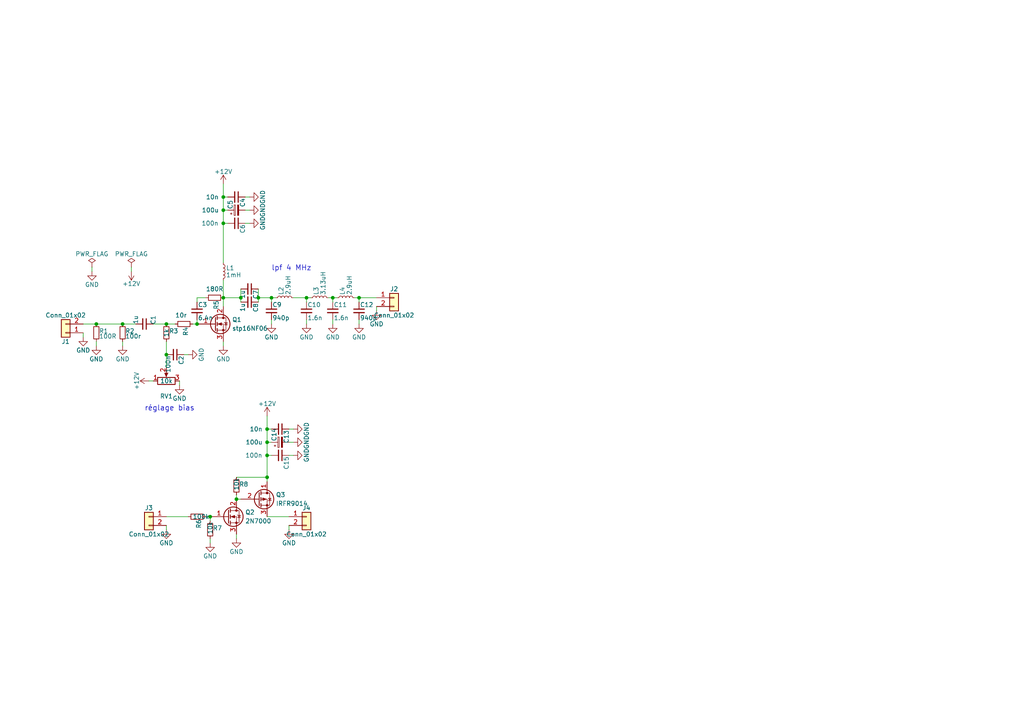
<source format=kicad_sch>
(kicad_sch (version 20230121) (generator eeschema)
  (paper "A4")
  (lib_symbols
    (symbol "ampli-rescue:+12V" (power) (pin_names (offset 0))
      (property "Value" "+12V" (at 0 3.556 0))
      (symbol "+12V_0_1"
        (polyline (pts (xy -0.762 1.27) (xy 0 2.54)))
        (polyline (pts (xy 0 0) (xy 0 2.54)))
        (polyline (pts (xy 0 2.54) (xy 0.762 1.27)))
      )
      (symbol "+12V_1_1"
        (pin power_in line (at 0 0 90) (length 0) hide (name "+12V") (number "1"))
      )
    )
    (symbol "ampli-rescue:CP_Small" (pin_numbers hide) (pin_names (offset 0.254) hide)
      (property "Reference" "C" (at 0.254 1.778 0))
      (property "Value" "CP_Small" (at 0.254 -2.032 0))
      (symbol "CP_Small_0_1"
        (rectangle (start -1.524 -0.3048) (end 1.524 -0.6858) (fill (type outline)))
        (rectangle (start -1.524 0.6858) (end 1.524 0.3048))
        (polyline (pts (xy -1.27 1.524) (xy -0.762 1.524)))
        (polyline (pts (xy -1.016 1.27) (xy -1.016 1.778)))
      )
      (symbol "CP_Small_1_1"
        (pin passive line (at 0 2.54 270) (length 1.8542) (name "~") (number "1"))
        (pin passive line (at 0 -2.54 90) (length 1.8542) (name "~") (number "2"))
      )
    )
    (symbol "ampli-rescue:C_Small" (pin_numbers hide) (pin_names (offset 0.254) hide)
      (property "Reference" "C" (at 0.254 1.778 0))
      (property "Value" "C_Small" (at 0.254 -2.032 0))
      (symbol "C_Small_0_1"
        (polyline (pts (xy -1.524 -0.508) (xy 1.524 -0.508)) (stroke (width 0.3302)))
        (polyline (pts (xy -1.524 0.508) (xy 1.524 0.508)) (stroke (width 0.3048)))
      )
      (symbol "C_Small_1_1"
        (pin passive line (at 0 2.54 270) (length 2.032) (name "~") (number "1"))
        (pin passive line (at 0 -2.54 90) (length 2.032) (name "~") (number "2"))
      )
    )
    (symbol "ampli-rescue:Conn_01x02" (pin_names (offset 1.016) hide)
      (property "Reference" "J" (at 0 2.54 0))
      (property "Value" "Conn_01x02" (at 0 -5.08 0))
      (symbol "Conn_01x02_1_1"
        (rectangle (start -1.27 -2.413) (end 0 -2.667) (stroke (width 0.1524)))
        (rectangle (start -1.27 0.127) (end 0 -0.127) (stroke (width 0.1524)))
        (rectangle (start -1.27 1.27) (end 1.27 -3.81) (stroke (width 0.254)) (fill (type background)))
        (pin passive line (at -5.08 0 0) (length 3.81) (name "Pin_1") (number "1"))
        (pin passive line (at -5.08 -2.54 0) (length 3.81) (name "Pin_2") (number "2"))
      )
    )
    (symbol "ampli-rescue:GND" (power) (pin_names (offset 0) hide)
      (property "Value" "GND" (at 0 -3.81 0))
      (symbol "GND_0_1"
        (polyline (pts (xy 0 0) (xy 0 -1.27) (xy 1.27 -1.27) (xy 0 -2.54) (xy -1.27 -1.27) (xy 0 -1.27)))
      )
      (symbol "GND_1_1"
        (pin power_in line (at 0 0 270) (length 0) hide (name "GND") (number "1"))
      )
    )
    (symbol "ampli-rescue:L_Small" (pin_numbers hide) (pin_names (offset 0.254) hide)
      (property "Reference" "L" (at 0.762 1.016 0))
      (property "Value" "L_Small" (at 0.762 -1.016 0))
      (symbol "L_Small_0_1"
        (arc (start 0 -2.032) (mid 0.5058 -1.524) (end 0 -1.016))
        (arc (start 0 -1.016) (mid 0.5058 -0.508) (end 0 0))
        (arc (start 0 0) (mid 0.5058 0.508) (end 0 1.016))
        (arc (start 0 1.016) (mid 0.5058 1.524) (end 0 2.032))
      )
      (symbol "L_Small_1_1"
        (pin passive line (at 0 2.54 270) (length 0.508) (name "~") (number "1"))
        (pin passive line (at 0 -2.54 90) (length 0.508) (name "~") (number "2"))
      )
    )
    (symbol "ampli-rescue:POT" (pin_names (offset 1.016) hide)
      (property "Reference" "RV" (at -4.445 0 90))
      (property "Value" "POT" (at -2.54 0 90))
      (symbol "POT_0_1"
        (polyline (pts (xy 2.54 0) (xy 1.524 0)))
        (polyline (pts (xy 1.143 0) (xy 2.286 0.508) (xy 2.286 -0.508)) (fill (type outline)))
        (rectangle (start 1.016 2.54) (end -1.016 -2.54) (stroke (width 0.254)))
      )
      (symbol "POT_1_1"
        (pin passive line (at 0 3.81 270) (length 1.27) (name "1") (number "1"))
        (pin passive line (at 3.81 0 180) (length 1.27) (name "2") (number "2"))
        (pin passive line (at 0 -3.81 90) (length 1.27) (name "3") (number "3"))
      )
    )
    (symbol "ampli-rescue:PWR_FLAG" (power) (pin_numbers hide) (pin_names (offset 0) hide)
      (property "Value" "PWR_FLAG" (at 0 3.81 0))
      (symbol "PWR_FLAG_0_0"
        (pin power_out line (at 0 0 90) (length 0) (name "pwr") (number "1"))
      )
      (symbol "PWR_FLAG_0_1"
        (polyline (pts (xy 0 0) (xy 0 1.27) (xy -1.016 1.905) (xy 0 2.54) (xy 1.016 1.905) (xy 0 1.27)))
      )
    )
    (symbol "ampli-rescue:Q_NMOS_GDS" (pin_names (offset 0) hide)
      (property "Reference" "Q" (at 5.08 1.27 0))
      (property "Value" "Q_NMOS_GDS" (at 5.08 -1.27 0))
      (symbol "Q_NMOS_GDS_0_1"
        (polyline (pts (xy 0.0508 0) (xy 0.254 0)))
        (polyline (pts (xy 0.762 -1.778) (xy 2.54 -1.778)))
        (polyline (pts (xy 0.762 -1.27) (xy 0.762 -2.286)) (stroke (width 0.254)))
        (polyline (pts (xy 0.762 0) (xy 2.54 0)))
        (polyline (pts (xy 0.762 0.508) (xy 0.762 -0.508)) (stroke (width 0.254)))
        (polyline (pts (xy 0.762 1.778) (xy 2.54 1.778)))
        (polyline (pts (xy 0.762 2.286) (xy 0.762 1.27)) (stroke (width 0.254)))
        (polyline (pts (xy 2.54 -1.778) (xy 2.54 -2.54)))
        (polyline (pts (xy 2.54 -1.778) (xy 2.54 0)))
        (polyline (pts (xy 2.54 2.54) (xy 2.54 1.778)))
        (polyline (pts (xy 0.254 1.905) (xy 0.254 -1.905) (xy 0.254 -1.905)) (stroke (width 0.254)))
        (polyline (pts (xy 1.016 0) (xy 2.032 0.381) (xy 2.032 -0.381) (xy 1.016 0)) (fill (type outline)))
        (polyline (pts (xy 2.54 -1.778) (xy 3.302 -1.778) (xy 3.302 1.778) (xy 2.54 1.778)))
        (polyline (pts (xy 2.794 0.508) (xy 2.921 0.381) (xy 3.683 0.381) (xy 3.81 0.254)))
        (polyline (pts (xy 3.302 0.381) (xy 2.921 -0.254) (xy 3.683 -0.254) (xy 3.302 0.381)))
        (circle (center 1.651 0) (radius 2.8194) (stroke (width 0.254)))
        (circle (center 2.54 -1.778) (radius 0.2794) (fill (type outline)))
        (circle (center 2.54 1.778) (radius 0.2794) (fill (type outline)))
      )
      (symbol "Q_NMOS_GDS_1_1"
        (pin input line (at -5.08 0 0) (length 5.08) (name "G") (number "1"))
        (pin passive line (at 2.54 5.08 270) (length 2.54) (name "D") (number "2"))
        (pin passive line (at 2.54 -5.08 90) (length 2.54) (name "S") (number "3"))
      )
    )
    (symbol "ampli-rescue:Q_PMOS_DGS" (pin_names (offset 0) hide)
      (property "Reference" "Q" (at 5.08 1.27 0))
      (property "Value" "Q_PMOS_DGS" (at 5.08 -1.27 0))
      (symbol "Q_PMOS_DGS_0_1"
        (polyline (pts (xy 0.0508 0) (xy 0.254 0)))
        (polyline (pts (xy 0.762 -1.778) (xy 2.54 -1.778)))
        (polyline (pts (xy 0.762 -1.27) (xy 0.762 -2.286)) (stroke (width 0.254)))
        (polyline (pts (xy 0.762 0) (xy 2.54 0)))
        (polyline (pts (xy 0.762 0.508) (xy 0.762 -0.508)) (stroke (width 0.254)))
        (polyline (pts (xy 0.762 1.778) (xy 2.54 1.778)))
        (polyline (pts (xy 0.762 2.286) (xy 0.762 1.27)) (stroke (width 0.254)))
        (polyline (pts (xy 2.54 -1.778) (xy 2.54 -2.54)))
        (polyline (pts (xy 2.54 -1.778) (xy 2.54 0)))
        (polyline (pts (xy 2.54 2.54) (xy 2.54 1.778)))
        (polyline (pts (xy 0.254 1.905) (xy 0.254 -1.905) (xy 0.254 -1.905)) (stroke (width 0.254)))
        (polyline (pts (xy 2.286 0) (xy 1.27 -0.381) (xy 1.27 0.381) (xy 2.286 0)) (fill (type outline)))
        (polyline (pts (xy 2.54 -1.778) (xy 3.302 -1.778) (xy 3.302 1.778) (xy 2.54 1.778)))
        (polyline (pts (xy 2.794 -0.508) (xy 2.921 -0.381) (xy 3.683 -0.381) (xy 3.81 -0.254)))
        (polyline (pts (xy 3.302 -0.381) (xy 2.921 0.254) (xy 3.683 0.254) (xy 3.302 -0.381)))
        (circle (center 1.651 0) (radius 2.8194) (stroke (width 0.254)))
        (circle (center 2.54 -1.778) (radius 0.2794) (fill (type outline)))
        (circle (center 2.54 1.778) (radius 0.2794) (fill (type outline)))
      )
      (symbol "Q_PMOS_DGS_1_1"
        (pin passive line (at 2.54 5.08 270) (length 2.54) (name "D") (number "1"))
        (pin input line (at -5.08 0 0) (length 5.08) (name "G") (number "2"))
        (pin passive line (at 2.54 -5.08 90) (length 2.54) (name "S") (number "3"))
      )
    )
    (symbol "ampli-rescue:R_Small" (pin_numbers hide) (pin_names (offset 0.254) hide)
      (property "Reference" "R" (at 0.762 0.508 0))
      (property "Value" "R_Small" (at 0.762 -1.016 0))
      (symbol "R_Small_0_1"
        (rectangle (start -0.762 1.778) (end 0.762 -1.778) (stroke (width 0.2032)))
      )
      (symbol "R_Small_1_1"
        (pin passive line (at 0 2.54 270) (length 0.762) (name "~") (number "1"))
        (pin passive line (at 0 -2.54 90) (length 0.762) (name "~") (number "2"))
      )
    )
  )
  (junction (at 64.77 60.96))
  (junction (at 48.26 93.98))
  (junction (at 69.85 86.36))
  (junction (at 77.47 124.46))
  (junction (at 104.14 86.36))
  (junction (at 64.77 64.77))
  (junction (at 57.15 93.98))
  (junction (at 60.96 149.86))
  (junction (at 78.74 86.36))
  (junction (at 96.52 86.36))
  (junction (at 27.94 93.98))
  (junction (at 77.47 128.27))
  (junction (at 74.93 86.36))
  (junction (at 88.9 86.36))
  (junction (at 64.77 86.36))
  (junction (at 35.56 93.98))
  (junction (at 77.47 132.08))
  (junction (at 64.77 57.15))
  (junction (at 48.26 102.87))
  (junction (at 68.58 144.78))
  (junction (at 77.47 138.43))
  (wire (pts (xy 102.87 86.36) (xy 104.14 86.36)))
  (wire (pts (xy 78.74 87.63) (xy 78.74 86.36)))
  (wire (pts (xy 68.58 156.21) (xy 68.58 154.94)))
  (wire (pts (xy 96.52 93.98) (xy 96.52 92.71)))
  (wire (pts (xy 72.39 57.15) (xy 71.12 57.15)))
  (wire (pts (xy 104.14 93.98) (xy 104.14 92.71)))
  (wire (pts (xy 57.15 93.98) (xy 57.15 92.71)))
  (wire (pts (xy 78.74 124.46) (xy 77.47 124.46)))
  (wire (pts (xy 69.85 83.82) (xy 69.85 86.36)))
  (wire (pts (xy 59.69 149.86) (xy 60.96 149.86)))
  (wire (pts (xy 78.74 86.36) (xy 80.01 86.36)))
  (wire (pts (xy 64.77 86.36) (xy 69.85 86.36)))
  (wire (pts (xy 72.39 64.77) (xy 71.12 64.77)))
  (wire (pts (xy 77.47 132.08) (xy 77.47 138.43)))
  (wire (pts (xy 85.09 86.36) (xy 88.9 86.36)))
  (wire (pts (xy 74.93 83.82) (xy 74.93 86.36)))
  (wire (pts (xy 85.09 132.08) (xy 83.82 132.08)))
  (wire (pts (xy 54.61 149.86) (xy 48.26 149.86)))
  (wire (pts (xy 57.15 86.36) (xy 59.69 86.36)))
  (wire (pts (xy 48.26 153.67) (xy 48.26 152.4)))
  (wire (pts (xy 55.88 93.98) (xy 57.15 93.98)))
  (wire (pts (xy 35.56 100.33) (xy 35.56 99.06)))
  (wire (pts (xy 64.77 60.96) (xy 64.77 64.77)))
  (wire (pts (xy 60.96 157.48) (xy 60.96 156.21)))
  (wire (pts (xy 77.47 132.08) (xy 78.74 132.08)))
  (wire (pts (xy 24.13 97.79) (xy 24.13 96.52)))
  (wire (pts (xy 85.09 128.27) (xy 83.82 128.27)))
  (wire (pts (xy 66.04 64.77) (xy 64.77 64.77)))
  (wire (pts (xy 88.9 86.36) (xy 90.17 86.36)))
  (wire (pts (xy 77.47 128.27) (xy 77.47 132.08)))
  (wire (pts (xy 43.18 110.49) (xy 44.45 110.49)))
  (wire (pts (xy 54.61 102.87) (xy 53.34 102.87)))
  (wire (pts (xy 77.47 120.65) (xy 77.47 124.46)))
  (wire (pts (xy 96.52 87.63) (xy 96.52 86.36)))
  (wire (pts (xy 64.77 57.15) (xy 64.77 60.96)))
  (wire (pts (xy 35.56 93.98) (xy 39.37 93.98)))
  (wire (pts (xy 77.47 149.86) (xy 83.82 149.86)))
  (wire (pts (xy 83.82 153.67) (xy 83.82 152.4)))
  (wire (pts (xy 85.09 124.46) (xy 83.82 124.46)))
  (wire (pts (xy 95.25 86.36) (xy 96.52 86.36)))
  (wire (pts (xy 60.96 149.86) (xy 60.96 151.13)))
  (wire (pts (xy 104.14 86.36) (xy 109.22 86.36)))
  (wire (pts (xy 88.9 93.98) (xy 88.9 92.71)))
  (wire (pts (xy 66.04 57.15) (xy 64.77 57.15)))
  (wire (pts (xy 64.77 86.36) (xy 64.77 88.9)))
  (wire (pts (xy 96.52 86.36) (xy 97.79 86.36)))
  (wire (pts (xy 27.94 100.33) (xy 27.94 99.06)))
  (wire (pts (xy 24.13 93.98) (xy 27.94 93.98)))
  (wire (pts (xy 77.47 124.46) (xy 77.47 128.27)))
  (wire (pts (xy 48.26 93.98) (xy 50.8 93.98)))
  (wire (pts (xy 68.58 144.78) (xy 69.85 144.78)))
  (wire (pts (xy 64.77 53.34) (xy 64.77 57.15)))
  (wire (pts (xy 68.58 138.43) (xy 77.47 138.43)))
  (wire (pts (xy 88.9 87.63) (xy 88.9 86.36)))
  (wire (pts (xy 64.77 100.33) (xy 64.77 99.06)))
  (wire (pts (xy 64.77 64.77) (xy 64.77 76.2)))
  (wire (pts (xy 44.45 93.98) (xy 48.26 93.98)))
  (wire (pts (xy 52.07 111.76) (xy 52.07 110.49)))
  (wire (pts (xy 48.26 102.87) (xy 48.26 106.68)))
  (wire (pts (xy 78.74 93.98) (xy 78.74 92.71)))
  (wire (pts (xy 109.22 90.17) (xy 109.22 88.9)))
  (wire (pts (xy 38.1 77.47) (xy 38.1 78.74)))
  (wire (pts (xy 69.85 86.36) (xy 69.85 87.63)))
  (wire (pts (xy 48.26 99.06) (xy 48.26 102.87)))
  (wire (pts (xy 57.15 87.63) (xy 57.15 86.36)))
  (wire (pts (xy 66.04 60.96) (xy 64.77 60.96)))
  (wire (pts (xy 104.14 87.63) (xy 104.14 86.36)))
  (wire (pts (xy 77.47 138.43) (xy 77.47 139.7)))
  (wire (pts (xy 74.93 86.36) (xy 74.93 87.63)))
  (wire (pts (xy 27.94 93.98) (xy 35.56 93.98)))
  (wire (pts (xy 68.58 143.51) (xy 68.58 144.78)))
  (wire (pts (xy 72.39 60.96) (xy 71.12 60.96)))
  (wire (pts (xy 74.93 86.36) (xy 78.74 86.36)))
  (wire (pts (xy 26.67 77.47) (xy 26.67 78.74)))
  (wire (pts (xy 77.47 128.27) (xy 78.74 128.27)))
  (wire (pts (xy 64.77 81.28) (xy 64.77 86.36)))
  (text "lpf 4 MHz" (at 78.74 78.74 0) (effects (font (size 1.524 1.524)) (justify left bottom)))
  (text "réglage bias" (at 41.91 119.38 0) (effects (font (size 1.524 1.524)) (justify left bottom)))
  (symbol (lib_id "ampli-rescue:R_Small") (at 62.23 86.36 270) (unit 1)
    (property "Reference" "R5" (at 62.738 87.122 0) (effects (justify left)))
    (property "Value" "180R" (at 59.69 83.82 90) (effects (justify left)))
  )
  (symbol (lib_id "ampli-rescue:R_Small") (at 27.94 96.52 0) (unit 1)
    (property "Reference" "R1" (at 28.702 96.012 0) (effects (justify left)))
    (property "Value" "100R" (at 28.702 97.536 0) (effects (justify left)))
  )
  (symbol (lib_id "ampli-rescue:R_Small") (at 35.56 96.52 0) (unit 1)
    (property "Reference" "R2" (at 36.322 96.012 0) (effects (justify left)))
    (property "Value" "100r" (at 36.322 97.536 0) (effects (justify left)))
  )
  (symbol (lib_id "ampli-rescue:C_Small") (at 41.91 93.98 270) (unit 1)
    (property "Reference" "C1" (at 44.45 91.44 0) (effects (justify left)))
    (property "Value" "1u" (at 39.37 91.44 0) (effects (justify left)))
  )
  (symbol (lib_id "ampli-rescue:R_Small") (at 48.26 96.52 0) (unit 1)
    (property "Reference" "R3" (at 49.022 96.012 0) (effects (justify left)))
    (property "Value" "1k" (at 48.26 97.79 90) (effects (justify left)))
  )
  (symbol (lib_id "ampli-rescue:POT") (at 48.26 110.49 90) (unit 1)
    (property "Reference" "RV1" (at 48.26 114.935 90))
    (property "Value" "10k" (at 48.26 110.49 90))
  )
  (symbol (lib_id "ampli-rescue:R_Small") (at 53.34 93.98 270) (unit 1)
    (property "Reference" "R4" (at 53.848 94.742 0) (effects (justify left)))
    (property "Value" "10r" (at 50.8 91.44 90) (effects (justify left)))
  )
  (symbol (lib_id "ampli-rescue:PWR_FLAG") (at 26.67 77.47 0) (unit 1)
    (property "Reference" "#FLG1" (effects hide))
    (property "Value" "PWR_FLAG" (at 26.67 73.66 0))
  )
  (symbol (lib_id "ampli-rescue:PWR_FLAG") (at 38.1 77.47 0) (unit 1)
    (property "Reference" "#FLG2" (effects hide))
    (property "Value" "PWR_FLAG" (at 38.1 73.66 0))
  )
  (symbol (lib_id "ampli-rescue:GND") (at 26.67 78.74 0) (unit 1)
    (property "Reference" "#PWR2" (effects hide))
    (property "Value" "GND" (at 26.67 82.55 0))
  )
  (symbol (lib_id "ampli-rescue:+12V") (at 38.1 78.74 180) (unit 1)
    (property "Reference" "#PWR5" (effects hide))
    (property "Value" "+12V" (at 38.1 82.296 0))
  )
  (symbol (lib_id "ampli-rescue:Conn_01x02") (at 114.3 86.36 0) (unit 1)
    (property "Reference" "J2" (at 114.3 83.82 0))
    (property "Value" "Conn_01x02" (at 114.3 91.44 0))
  )
  (symbol (lib_id "ampli-rescue:GND") (at 24.13 97.79 0) (unit 1)
    (property "Reference" "#PWR1" (effects hide))
    (property "Value" "GND" (at 24.13 101.6 0))
  )
  (symbol (lib_id "ampli-rescue:GND") (at 27.94 100.33 0) (unit 1)
    (property "Reference" "#PWR3" (effects hide))
    (property "Value" "GND" (at 27.94 104.14 0))
  )
  (symbol (lib_id "ampli-rescue:GND") (at 35.56 100.33 0) (unit 1)
    (property "Reference" "#PWR4" (effects hide))
    (property "Value" "GND" (at 35.56 104.14 0))
  )
  (symbol (lib_id "ampli-rescue:GND") (at 52.07 111.76 0) (unit 1)
    (property "Reference" "#PWR8" (effects hide))
    (property "Value" "GND" (at 52.07 115.57 0))
  )
  (symbol (lib_id "ampli-rescue:GND") (at 64.77 100.33 0) (unit 1)
    (property "Reference" "#PWR12" (effects hide))
    (property "Value" "GND" (at 64.77 104.14 0))
  )
  (symbol (lib_id "ampli-rescue:C_Small") (at 57.15 90.17 0) (unit 1)
    (property "Reference" "C3" (at 57.404 88.392 0) (effects (justify left)))
    (property "Value" "6.4n" (at 57.404 92.202 0) (effects (justify left)))
  )
  (symbol (lib_id "ampli-rescue:Q_NMOS_GDS") (at 62.23 93.98 0) (unit 1)
    (property "Reference" "Q1" (at 67.31 92.71 0) (effects (justify left)))
    (property "Value" "stp16NF06" (at 67.31 95.25 0) (effects (justify left)))
  )
  (symbol (lib_id "ampli-rescue:+12V") (at 43.18 110.49 90) (unit 1)
    (property "Reference" "#PWR6" (effects hide))
    (property "Value" "+12V" (at 39.624 110.49 0))
  )
  (symbol (lib_id "ampli-rescue:C_Small") (at 68.58 64.77 270) (unit 1)
    (property "Reference" "C6" (at 70.358 65.024 0) (effects (justify left)))
    (property "Value" "100n" (at 58.42 64.77 90) (effects (justify left)))
  )
  (symbol (lib_id "ampli-rescue:CP_Small") (at 68.58 60.96 90) (unit 1)
    (property "Reference" "C5" (at 66.802 60.706 0) (effects (justify left)))
    (property "Value" "100u" (at 63.5 60.96 90) (effects (justify left)))
  )
  (symbol (lib_id "ampli-rescue:C_Small") (at 68.58 57.15 270) (unit 1)
    (property "Reference" "C4" (at 70.358 57.404 0) (effects (justify left)))
    (property "Value" "10n" (at 59.69 57.15 90) (effects (justify left)))
  )
  (symbol (lib_id "ampli-rescue:L_Small") (at 64.77 78.74 0) (unit 1)
    (property "Reference" "L1" (at 65.532 77.724 0) (effects (justify left)))
    (property "Value" "1mH" (at 65.532 79.756 0) (effects (justify left)))
  )
  (symbol (lib_id "ampli-rescue:GND") (at 54.61 102.87 90) (unit 1)
    (property "Reference" "#PWR9" (effects hide))
    (property "Value" "GND" (at 58.42 102.87 0))
  )
  (symbol (lib_id "ampli-rescue:+12V") (at 64.77 53.34 0) (unit 1)
    (property "Reference" "#PWR11" (effects hide))
    (property "Value" "+12V" (at 64.77 49.784 0))
  )
  (symbol (lib_id "ampli-rescue:L_Small") (at 82.55 86.36 90) (unit 1)
    (property "Reference" "L2" (at 81.534 85.598 0) (effects (justify left)))
    (property "Value" "2.9uH" (at 83.566 85.598 0) (effects (justify left)))
  )
  (symbol (lib_id "ampli-rescue:C_Small") (at 50.8 102.87 270) (unit 1)
    (property "Reference" "C2" (at 52.578 103.124 0) (effects (justify left)))
    (property "Value" "100n" (at 48.768 103.124 0) (effects (justify left)))
  )
  (symbol (lib_id "ampli-rescue:C_Small") (at 104.14 90.17 0) (unit 1)
    (property "Reference" "C12" (at 104.394 88.392 0) (effects (justify left)))
    (property "Value" "940p" (at 104.394 92.202 0) (effects (justify left)))
  )
  (symbol (lib_id "ampli-rescue:C_Small") (at 72.39 83.82 270) (unit 1)
    (property "Reference" "C7" (at 74.168 84.074 0) (effects (justify left)))
    (property "Value" "1u" (at 70.358 84.074 0) (effects (justify left)))
  )
  (symbol (lib_id "ampli-rescue:C_Small") (at 72.39 87.63 270) (unit 1)
    (property "Reference" "C8" (at 74.168 87.884 0) (effects (justify left)))
    (property "Value" "1u" (at 70.358 87.884 0) (effects (justify left)))
  )
  (symbol (lib_id "ampli-rescue:C_Small") (at 78.74 90.17 0) (unit 1)
    (property "Reference" "C9" (at 78.994 88.392 0) (effects (justify left)))
    (property "Value" "940p" (at 78.994 92.202 0) (effects (justify left)))
  )
  (symbol (lib_id "ampli-rescue:L_Small") (at 92.71 86.36 90) (unit 1)
    (property "Reference" "L3" (at 91.694 85.598 0) (effects (justify left)))
    (property "Value" "3.13uH" (at 93.726 85.598 0) (effects (justify left)))
  )
  (symbol (lib_id "ampli-rescue:C_Small") (at 88.9 90.17 0) (unit 1)
    (property "Reference" "C10" (at 89.154 88.392 0) (effects (justify left)))
    (property "Value" "1.6n" (at 89.154 92.202 0) (effects (justify left)))
  )
  (symbol (lib_id "ampli-rescue:L_Small") (at 100.33 86.36 90) (unit 1)
    (property "Reference" "L4" (at 99.314 85.598 0) (effects (justify left)))
    (property "Value" "2.9uH" (at 101.346 85.598 0) (effects (justify left)))
  )
  (symbol (lib_id "ampli-rescue:C_Small") (at 96.52 90.17 0) (unit 1)
    (property "Reference" "C11" (at 96.774 88.392 0) (effects (justify left)))
    (property "Value" "1.6n" (at 96.774 92.202 0) (effects (justify left)))
  )
  (symbol (lib_id "ampli-rescue:GND") (at 109.22 90.17 0) (unit 1)
    (property "Reference" "#PWR26" (effects hide))
    (property "Value" "GND" (at 109.22 93.98 0))
  )
  (symbol (lib_id "ampli-rescue:GND") (at 78.74 93.98 0) (unit 1)
    (property "Reference" "#PWR18" (effects hide))
    (property "Value" "GND" (at 78.74 97.79 0))
  )
  (symbol (lib_id "ampli-rescue:GND") (at 88.9 93.98 0) (unit 1)
    (property "Reference" "#PWR23" (effects hide))
    (property "Value" "GND" (at 88.9 97.79 0))
  )
  (symbol (lib_id "ampli-rescue:GND") (at 96.52 93.98 0) (unit 1)
    (property "Reference" "#PWR24" (effects hide))
    (property "Value" "GND" (at 96.52 97.79 0))
  )
  (symbol (lib_id "ampli-rescue:GND") (at 104.14 93.98 0) (unit 1)
    (property "Reference" "#PWR25" (effects hide))
    (property "Value" "GND" (at 104.14 97.79 0))
  )
  (symbol (lib_id "ampli-rescue:Conn_01x02") (at 19.05 96.52 180) (unit 1)
    (property "Reference" "J1" (at 19.05 99.06 0))
    (property "Value" "Conn_01x02" (at 19.05 91.44 0))
  )
  (symbol (lib_id "ampli-rescue:GND") (at 72.39 57.15 90) (unit 1)
    (property "Reference" "#PWR14" (effects hide))
    (property "Value" "GND" (at 76.2 57.15 0))
  )
  (symbol (lib_id "ampli-rescue:GND") (at 72.39 64.77 90) (unit 1)
    (property "Reference" "#PWR16" (effects hide))
    (property "Value" "GND" (at 76.2 64.77 0))
  )
  (symbol (lib_id "ampli-rescue:GND") (at 72.39 60.96 90) (unit 1)
    (property "Reference" "#PWR15" (effects hide))
    (property "Value" "GND" (at 76.2 60.96 0))
  )
  (symbol (lib_id "ampli-rescue:Q_PMOS_DGS") (at 74.93 144.78 0) (unit 1)
    (property "Reference" "Q3" (at 80.01 143.51 0) (effects (justify left)))
    (property "Value" "IRFR9014" (at 80.01 146.05 0) (effects (justify left)))
  )
  (symbol (lib_id "ampli-rescue:R_Small") (at 60.96 153.67 0) (unit 1)
    (property "Reference" "R7" (at 61.722 153.162 0) (effects (justify left)))
    (property "Value" "10k" (at 60.96 154.94 90) (effects (justify left)))
  )
  (symbol (lib_id "ampli-rescue:R_Small") (at 57.15 149.86 270) (unit 1)
    (property "Reference" "R6" (at 57.658 150.622 0) (effects (justify left)))
    (property "Value" "100k" (at 55.88 149.86 90) (effects (justify left)))
  )
  (symbol (lib_id "ampli-rescue:R_Small") (at 68.58 140.97 0) (unit 1)
    (property "Reference" "R8" (at 69.342 140.462 0) (effects (justify left)))
    (property "Value" "10k" (at 68.58 142.24 90) (effects (justify left)))
  )
  (symbol (lib_id "ampli-rescue:Q_NMOS_GDS") (at 66.04 149.86 0) (unit 1)
    (property "Reference" "Q2" (at 71.12 148.59 0) (effects (justify left)))
    (property "Value" "2N7000" (at 71.12 151.13 0) (effects (justify left)))
  )
  (symbol (lib_id "ampli-rescue:C_Small") (at 81.28 132.08 270) (unit 1)
    (property "Reference" "C15" (at 83.058 132.334 0) (effects (justify left)))
    (property "Value" "100n" (at 71.12 132.08 90) (effects (justify left)))
  )
  (symbol (lib_id "ampli-rescue:CP_Small") (at 81.28 128.27 90) (unit 1)
    (property "Reference" "C14" (at 79.502 128.016 0) (effects (justify left)))
    (property "Value" "100u" (at 76.2 128.27 90) (effects (justify left)))
  )
  (symbol (lib_id "ampli-rescue:C_Small") (at 81.28 124.46 270) (unit 1)
    (property "Reference" "C13" (at 83.058 124.714 0) (effects (justify left)))
    (property "Value" "10n" (at 72.39 124.46 90) (effects (justify left)))
  )
  (symbol (lib_id "ampli-rescue:+12V") (at 77.47 120.65 0) (unit 1)
    (property "Reference" "#PWR17" (effects hide))
    (property "Value" "+12V" (at 77.47 117.094 0))
  )
  (symbol (lib_id "ampli-rescue:GND") (at 85.09 124.46 90) (unit 1)
    (property "Reference" "#PWR20" (effects hide))
    (property "Value" "GND" (at 88.9 124.46 0))
  )
  (symbol (lib_id "ampli-rescue:GND") (at 85.09 132.08 90) (unit 1)
    (property "Reference" "#PWR22" (effects hide))
    (property "Value" "GND" (at 88.9 132.08 0))
  )
  (symbol (lib_id "ampli-rescue:GND") (at 85.09 128.27 90) (unit 1)
    (property "Reference" "#PWR21" (effects hide))
    (property "Value" "GND" (at 88.9 128.27 0))
  )
  (symbol (lib_id "ampli-rescue:Conn_01x02") (at 88.9 149.86 0) (unit 1)
    (property "Reference" "J4" (at 88.9 147.32 0))
    (property "Value" "Conn_01x02" (at 88.9 154.94 0))
  )
  (symbol (lib_id "ampli-rescue:GND") (at 83.82 153.67 0) (unit 1)
    (property "Reference" "#PWR19" (effects hide))
    (property "Value" "GND" (at 83.82 157.48 0))
  )
  (symbol (lib_id "ampli-rescue:GND") (at 68.58 156.21 0) (unit 1)
    (property "Reference" "#PWR13" (effects hide))
    (property "Value" "GND" (at 68.58 160.02 0))
  )
  (symbol (lib_id "ampli-rescue:GND") (at 60.96 157.48 0) (unit 1)
    (property "Reference" "#PWR10" (effects hide))
    (property "Value" "GND" (at 60.96 161.29 0))
  )
  (symbol (lib_id "ampli-rescue:Conn_01x02") (at 43.18 149.86 0) (mirror y) (unit 1)
    (property "Reference" "J3" (at 43.18 147.32 0))
    (property "Value" "Conn_01x02" (at 43.18 154.94 0))
  )
  (symbol (lib_id "ampli-rescue:GND") (at 48.26 153.67 0) (mirror y) (unit 1)
    (property "Reference" "#PWR7" (effects hide))
    (property "Value" "GND" (at 48.26 157.48 0))
  )
)
</source>
